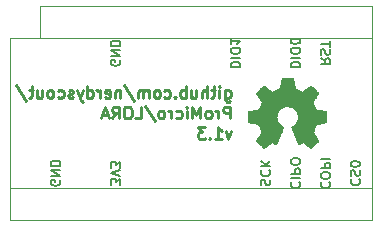
<source format=gbr>
%TF.GenerationSoftware,KiCad,Pcbnew,5.1.9+dfsg1-1~bpo10+1*%
%TF.CreationDate,Date%
%TF.ProjectId,LORA,4c4f5241-2e6b-4696-9361-645f70636258,v1.3*%
%TF.SameCoordinates,Original*%
%TF.FileFunction,Legend,Bot*%
%TF.FilePolarity,Positive*%
%FSLAX46Y46*%
G04 Gerber Fmt 4.6, Leading zero omitted, Abs format (unit mm)*
G04 Created by KiCad*
%MOMM*%
%LPD*%
G01*
G04 APERTURE LIST*
%ADD10C,0.200000*%
%ADD11C,0.250000*%
%ADD12C,0.120000*%
%ADD13C,0.010000*%
G04 APERTURE END LIST*
D10*
X8020000Y-3149523D02*
X8058095Y-3225714D01*
X8058095Y-3340000D01*
X8020000Y-3454285D01*
X7943809Y-3530476D01*
X7867619Y-3568571D01*
X7715238Y-3606666D01*
X7600952Y-3606666D01*
X7448571Y-3568571D01*
X7372380Y-3530476D01*
X7296190Y-3454285D01*
X7258095Y-3340000D01*
X7258095Y-3263809D01*
X7296190Y-3149523D01*
X7334285Y-3111428D01*
X7600952Y-3111428D01*
X7600952Y-3263809D01*
X7258095Y-2768571D02*
X8058095Y-2768571D01*
X7258095Y-2311428D01*
X8058095Y-2311428D01*
X7258095Y-1930476D02*
X8058095Y-1930476D01*
X8058095Y-1740000D01*
X8020000Y-1625714D01*
X7943809Y-1549523D01*
X7867619Y-1511428D01*
X7715238Y-1473333D01*
X7600952Y-1473333D01*
X7448571Y-1511428D01*
X7372380Y-1549523D01*
X7296190Y-1625714D01*
X7258095Y-1740000D01*
X7258095Y-1930476D01*
X17418095Y-3740000D02*
X18218095Y-3740000D01*
X18218095Y-3549523D01*
X18180000Y-3435238D01*
X18103809Y-3359047D01*
X18027619Y-3320952D01*
X17875238Y-3282857D01*
X17760952Y-3282857D01*
X17608571Y-3320952D01*
X17532380Y-3359047D01*
X17456190Y-3435238D01*
X17418095Y-3549523D01*
X17418095Y-3740000D01*
X17418095Y-2940000D02*
X18218095Y-2940000D01*
X18218095Y-2406666D02*
X18218095Y-2254285D01*
X18180000Y-2178095D01*
X18103809Y-2101904D01*
X17951428Y-2063809D01*
X17684761Y-2063809D01*
X17532380Y-2101904D01*
X17456190Y-2178095D01*
X17418095Y-2254285D01*
X17418095Y-2406666D01*
X17456190Y-2482857D01*
X17532380Y-2559047D01*
X17684761Y-2597142D01*
X17951428Y-2597142D01*
X18103809Y-2559047D01*
X18180000Y-2482857D01*
X18218095Y-2406666D01*
X17418095Y-1301904D02*
X17418095Y-1759047D01*
X17418095Y-1530476D02*
X18218095Y-1530476D01*
X18103809Y-1606666D01*
X18027619Y-1682857D01*
X17989523Y-1759047D01*
X22498095Y-3740000D02*
X23298095Y-3740000D01*
X23298095Y-3549523D01*
X23260000Y-3435238D01*
X23183809Y-3359047D01*
X23107619Y-3320952D01*
X22955238Y-3282857D01*
X22840952Y-3282857D01*
X22688571Y-3320952D01*
X22612380Y-3359047D01*
X22536190Y-3435238D01*
X22498095Y-3549523D01*
X22498095Y-3740000D01*
X22498095Y-2940000D02*
X23298095Y-2940000D01*
X23298095Y-2406666D02*
X23298095Y-2254285D01*
X23260000Y-2178095D01*
X23183809Y-2101904D01*
X23031428Y-2063809D01*
X22764761Y-2063809D01*
X22612380Y-2101904D01*
X22536190Y-2178095D01*
X22498095Y-2254285D01*
X22498095Y-2406666D01*
X22536190Y-2482857D01*
X22612380Y-2559047D01*
X22764761Y-2597142D01*
X23031428Y-2597142D01*
X23183809Y-2559047D01*
X23260000Y-2482857D01*
X23298095Y-2406666D01*
X23298095Y-1568571D02*
X23298095Y-1492380D01*
X23260000Y-1416190D01*
X23221904Y-1378095D01*
X23145714Y-1340000D01*
X22993333Y-1301904D01*
X22802857Y-1301904D01*
X22650476Y-1340000D01*
X22574285Y-1378095D01*
X22536190Y-1416190D01*
X22498095Y-1492380D01*
X22498095Y-1568571D01*
X22536190Y-1644761D01*
X22574285Y-1682857D01*
X22650476Y-1720952D01*
X22802857Y-1759047D01*
X22993333Y-1759047D01*
X23145714Y-1720952D01*
X23221904Y-1682857D01*
X23260000Y-1644761D01*
X23298095Y-1568571D01*
X25038095Y-2978095D02*
X25419047Y-3244761D01*
X25038095Y-3435238D02*
X25838095Y-3435238D01*
X25838095Y-3130476D01*
X25800000Y-3054285D01*
X25761904Y-3016190D01*
X25685714Y-2978095D01*
X25571428Y-2978095D01*
X25495238Y-3016190D01*
X25457142Y-3054285D01*
X25419047Y-3130476D01*
X25419047Y-3435238D01*
X25076190Y-2673333D02*
X25038095Y-2559047D01*
X25038095Y-2368571D01*
X25076190Y-2292380D01*
X25114285Y-2254285D01*
X25190476Y-2216190D01*
X25266666Y-2216190D01*
X25342857Y-2254285D01*
X25380952Y-2292380D01*
X25419047Y-2368571D01*
X25457142Y-2520952D01*
X25495238Y-2597142D01*
X25533333Y-2635238D01*
X25609523Y-2673333D01*
X25685714Y-2673333D01*
X25761904Y-2635238D01*
X25800000Y-2597142D01*
X25838095Y-2520952D01*
X25838095Y-2330476D01*
X25800000Y-2216190D01*
X25838095Y-1987619D02*
X25838095Y-1530476D01*
X25038095Y-1759047D02*
X25838095Y-1759047D01*
X27654285Y-13214285D02*
X27616190Y-13252380D01*
X27578095Y-13366666D01*
X27578095Y-13442857D01*
X27616190Y-13557142D01*
X27692380Y-13633333D01*
X27768571Y-13671428D01*
X27920952Y-13709523D01*
X28035238Y-13709523D01*
X28187619Y-13671428D01*
X28263809Y-13633333D01*
X28340000Y-13557142D01*
X28378095Y-13442857D01*
X28378095Y-13366666D01*
X28340000Y-13252380D01*
X28301904Y-13214285D01*
X27616190Y-12909523D02*
X27578095Y-12795238D01*
X27578095Y-12604761D01*
X27616190Y-12528571D01*
X27654285Y-12490476D01*
X27730476Y-12452380D01*
X27806666Y-12452380D01*
X27882857Y-12490476D01*
X27920952Y-12528571D01*
X27959047Y-12604761D01*
X27997142Y-12757142D01*
X28035238Y-12833333D01*
X28073333Y-12871428D01*
X28149523Y-12909523D01*
X28225714Y-12909523D01*
X28301904Y-12871428D01*
X28340000Y-12833333D01*
X28378095Y-12757142D01*
X28378095Y-12566666D01*
X28340000Y-12452380D01*
X28378095Y-11957142D02*
X28378095Y-11880952D01*
X28340000Y-11804761D01*
X28301904Y-11766666D01*
X28225714Y-11728571D01*
X28073333Y-11690476D01*
X27882857Y-11690476D01*
X27730476Y-11728571D01*
X27654285Y-11766666D01*
X27616190Y-11804761D01*
X27578095Y-11880952D01*
X27578095Y-11957142D01*
X27616190Y-12033333D01*
X27654285Y-12071428D01*
X27730476Y-12109523D01*
X27882857Y-12147619D01*
X28073333Y-12147619D01*
X28225714Y-12109523D01*
X28301904Y-12071428D01*
X28340000Y-12033333D01*
X28378095Y-11957142D01*
X25114285Y-13461904D02*
X25076190Y-13500000D01*
X25038095Y-13614285D01*
X25038095Y-13690476D01*
X25076190Y-13804761D01*
X25152380Y-13880952D01*
X25228571Y-13919047D01*
X25380952Y-13957142D01*
X25495238Y-13957142D01*
X25647619Y-13919047D01*
X25723809Y-13880952D01*
X25800000Y-13804761D01*
X25838095Y-13690476D01*
X25838095Y-13614285D01*
X25800000Y-13500000D01*
X25761904Y-13461904D01*
X25838095Y-12966666D02*
X25838095Y-12814285D01*
X25800000Y-12738095D01*
X25723809Y-12661904D01*
X25571428Y-12623809D01*
X25304761Y-12623809D01*
X25152380Y-12661904D01*
X25076190Y-12738095D01*
X25038095Y-12814285D01*
X25038095Y-12966666D01*
X25076190Y-13042857D01*
X25152380Y-13119047D01*
X25304761Y-13157142D01*
X25571428Y-13157142D01*
X25723809Y-13119047D01*
X25800000Y-13042857D01*
X25838095Y-12966666D01*
X25038095Y-12280952D02*
X25838095Y-12280952D01*
X25838095Y-11976190D01*
X25800000Y-11900000D01*
X25761904Y-11861904D01*
X25685714Y-11823809D01*
X25571428Y-11823809D01*
X25495238Y-11861904D01*
X25457142Y-11900000D01*
X25419047Y-11976190D01*
X25419047Y-12280952D01*
X25038095Y-11480952D02*
X25838095Y-11480952D01*
X22574285Y-13461904D02*
X22536190Y-13500000D01*
X22498095Y-13614285D01*
X22498095Y-13690476D01*
X22536190Y-13804761D01*
X22612380Y-13880952D01*
X22688571Y-13919047D01*
X22840952Y-13957142D01*
X22955238Y-13957142D01*
X23107619Y-13919047D01*
X23183809Y-13880952D01*
X23260000Y-13804761D01*
X23298095Y-13690476D01*
X23298095Y-13614285D01*
X23260000Y-13500000D01*
X23221904Y-13461904D01*
X22498095Y-13119047D02*
X23298095Y-13119047D01*
X22498095Y-12738095D02*
X23298095Y-12738095D01*
X23298095Y-12433333D01*
X23260000Y-12357142D01*
X23221904Y-12319047D01*
X23145714Y-12280952D01*
X23031428Y-12280952D01*
X22955238Y-12319047D01*
X22917142Y-12357142D01*
X22879047Y-12433333D01*
X22879047Y-12738095D01*
X23298095Y-11785714D02*
X23298095Y-11633333D01*
X23260000Y-11557142D01*
X23183809Y-11480952D01*
X23031428Y-11442857D01*
X22764761Y-11442857D01*
X22612380Y-11480952D01*
X22536190Y-11557142D01*
X22498095Y-11633333D01*
X22498095Y-11785714D01*
X22536190Y-11861904D01*
X22612380Y-11938095D01*
X22764761Y-11976190D01*
X23031428Y-11976190D01*
X23183809Y-11938095D01*
X23260000Y-11861904D01*
X23298095Y-11785714D01*
X19996190Y-13728571D02*
X19958095Y-13614285D01*
X19958095Y-13423809D01*
X19996190Y-13347619D01*
X20034285Y-13309523D01*
X20110476Y-13271428D01*
X20186666Y-13271428D01*
X20262857Y-13309523D01*
X20300952Y-13347619D01*
X20339047Y-13423809D01*
X20377142Y-13576190D01*
X20415238Y-13652380D01*
X20453333Y-13690476D01*
X20529523Y-13728571D01*
X20605714Y-13728571D01*
X20681904Y-13690476D01*
X20720000Y-13652380D01*
X20758095Y-13576190D01*
X20758095Y-13385714D01*
X20720000Y-13271428D01*
X20034285Y-12471428D02*
X19996190Y-12509523D01*
X19958095Y-12623809D01*
X19958095Y-12700000D01*
X19996190Y-12814285D01*
X20072380Y-12890476D01*
X20148571Y-12928571D01*
X20300952Y-12966666D01*
X20415238Y-12966666D01*
X20567619Y-12928571D01*
X20643809Y-12890476D01*
X20720000Y-12814285D01*
X20758095Y-12700000D01*
X20758095Y-12623809D01*
X20720000Y-12509523D01*
X20681904Y-12471428D01*
X19958095Y-12128571D02*
X20758095Y-12128571D01*
X19958095Y-11671428D02*
X20415238Y-12014285D01*
X20758095Y-11671428D02*
X20300952Y-12128571D01*
X8058095Y-13690476D02*
X8058095Y-13195238D01*
X7753333Y-13461904D01*
X7753333Y-13347619D01*
X7715238Y-13271428D01*
X7677142Y-13233333D01*
X7600952Y-13195238D01*
X7410476Y-13195238D01*
X7334285Y-13233333D01*
X7296190Y-13271428D01*
X7258095Y-13347619D01*
X7258095Y-13576190D01*
X7296190Y-13652380D01*
X7334285Y-13690476D01*
X8058095Y-12966666D02*
X7258095Y-12700000D01*
X8058095Y-12433333D01*
X8058095Y-12242857D02*
X8058095Y-11747619D01*
X7753333Y-12014285D01*
X7753333Y-11900000D01*
X7715238Y-11823809D01*
X7677142Y-11785714D01*
X7600952Y-11747619D01*
X7410476Y-11747619D01*
X7334285Y-11785714D01*
X7296190Y-11823809D01*
X7258095Y-11900000D01*
X7258095Y-12128571D01*
X7296190Y-12204761D01*
X7334285Y-12242857D01*
X2940000Y-13309523D02*
X2978095Y-13385714D01*
X2978095Y-13500000D01*
X2940000Y-13614285D01*
X2863809Y-13690476D01*
X2787619Y-13728571D01*
X2635238Y-13766666D01*
X2520952Y-13766666D01*
X2368571Y-13728571D01*
X2292380Y-13690476D01*
X2216190Y-13614285D01*
X2178095Y-13500000D01*
X2178095Y-13423809D01*
X2216190Y-13309523D01*
X2254285Y-13271428D01*
X2520952Y-13271428D01*
X2520952Y-13423809D01*
X2178095Y-12928571D02*
X2978095Y-12928571D01*
X2178095Y-12471428D01*
X2978095Y-12471428D01*
X2178095Y-12090476D02*
X2978095Y-12090476D01*
X2978095Y-11900000D01*
X2940000Y-11785714D01*
X2863809Y-11709523D01*
X2787619Y-11671428D01*
X2635238Y-11633333D01*
X2520952Y-11633333D01*
X2368571Y-11671428D01*
X2292380Y-11709523D01*
X2216190Y-11785714D01*
X2178095Y-11900000D01*
X2178095Y-12090476D01*
D11*
X16950833Y-5655714D02*
X16950833Y-6465238D01*
X16998452Y-6560476D01*
X17046071Y-6608095D01*
X17141309Y-6655714D01*
X17284166Y-6655714D01*
X17379404Y-6608095D01*
X16950833Y-6274761D02*
X17046071Y-6322380D01*
X17236547Y-6322380D01*
X17331785Y-6274761D01*
X17379404Y-6227142D01*
X17427023Y-6131904D01*
X17427023Y-5846190D01*
X17379404Y-5750952D01*
X17331785Y-5703333D01*
X17236547Y-5655714D01*
X17046071Y-5655714D01*
X16950833Y-5703333D01*
X16474642Y-6322380D02*
X16474642Y-5655714D01*
X16474642Y-5322380D02*
X16522261Y-5370000D01*
X16474642Y-5417619D01*
X16427023Y-5370000D01*
X16474642Y-5322380D01*
X16474642Y-5417619D01*
X16141309Y-5655714D02*
X15760357Y-5655714D01*
X15998452Y-5322380D02*
X15998452Y-6179523D01*
X15950833Y-6274761D01*
X15855595Y-6322380D01*
X15760357Y-6322380D01*
X15427023Y-6322380D02*
X15427023Y-5322380D01*
X14998452Y-6322380D02*
X14998452Y-5798571D01*
X15046071Y-5703333D01*
X15141309Y-5655714D01*
X15284166Y-5655714D01*
X15379404Y-5703333D01*
X15427023Y-5750952D01*
X14093690Y-5655714D02*
X14093690Y-6322380D01*
X14522261Y-5655714D02*
X14522261Y-6179523D01*
X14474642Y-6274761D01*
X14379404Y-6322380D01*
X14236547Y-6322380D01*
X14141309Y-6274761D01*
X14093690Y-6227142D01*
X13617500Y-6322380D02*
X13617500Y-5322380D01*
X13617500Y-5703333D02*
X13522261Y-5655714D01*
X13331785Y-5655714D01*
X13236547Y-5703333D01*
X13188928Y-5750952D01*
X13141309Y-5846190D01*
X13141309Y-6131904D01*
X13188928Y-6227142D01*
X13236547Y-6274761D01*
X13331785Y-6322380D01*
X13522261Y-6322380D01*
X13617500Y-6274761D01*
X12712738Y-6227142D02*
X12665119Y-6274761D01*
X12712738Y-6322380D01*
X12760357Y-6274761D01*
X12712738Y-6227142D01*
X12712738Y-6322380D01*
X11807976Y-6274761D02*
X11903214Y-6322380D01*
X12093690Y-6322380D01*
X12188928Y-6274761D01*
X12236547Y-6227142D01*
X12284166Y-6131904D01*
X12284166Y-5846190D01*
X12236547Y-5750952D01*
X12188928Y-5703333D01*
X12093690Y-5655714D01*
X11903214Y-5655714D01*
X11807976Y-5703333D01*
X11236547Y-6322380D02*
X11331785Y-6274761D01*
X11379404Y-6227142D01*
X11427023Y-6131904D01*
X11427023Y-5846190D01*
X11379404Y-5750952D01*
X11331785Y-5703333D01*
X11236547Y-5655714D01*
X11093690Y-5655714D01*
X10998452Y-5703333D01*
X10950833Y-5750952D01*
X10903214Y-5846190D01*
X10903214Y-6131904D01*
X10950833Y-6227142D01*
X10998452Y-6274761D01*
X11093690Y-6322380D01*
X11236547Y-6322380D01*
X10474642Y-6322380D02*
X10474642Y-5655714D01*
X10474642Y-5750952D02*
X10427023Y-5703333D01*
X10331785Y-5655714D01*
X10188928Y-5655714D01*
X10093690Y-5703333D01*
X10046071Y-5798571D01*
X10046071Y-6322380D01*
X10046071Y-5798571D02*
X9998452Y-5703333D01*
X9903214Y-5655714D01*
X9760357Y-5655714D01*
X9665119Y-5703333D01*
X9617500Y-5798571D01*
X9617500Y-6322380D01*
X8427023Y-5274761D02*
X9284166Y-6560476D01*
X8093690Y-5655714D02*
X8093690Y-6322380D01*
X8093690Y-5750952D02*
X8046071Y-5703333D01*
X7950833Y-5655714D01*
X7807976Y-5655714D01*
X7712738Y-5703333D01*
X7665119Y-5798571D01*
X7665119Y-6322380D01*
X6807976Y-6274761D02*
X6903214Y-6322380D01*
X7093690Y-6322380D01*
X7188928Y-6274761D01*
X7236547Y-6179523D01*
X7236547Y-5798571D01*
X7188928Y-5703333D01*
X7093690Y-5655714D01*
X6903214Y-5655714D01*
X6807976Y-5703333D01*
X6760357Y-5798571D01*
X6760357Y-5893809D01*
X7236547Y-5989047D01*
X6331785Y-6322380D02*
X6331785Y-5655714D01*
X6331785Y-5846190D02*
X6284166Y-5750952D01*
X6236547Y-5703333D01*
X6141309Y-5655714D01*
X6046071Y-5655714D01*
X5284166Y-6322380D02*
X5284166Y-5322380D01*
X5284166Y-6274761D02*
X5379404Y-6322380D01*
X5569880Y-6322380D01*
X5665119Y-6274761D01*
X5712738Y-6227142D01*
X5760357Y-6131904D01*
X5760357Y-5846190D01*
X5712738Y-5750952D01*
X5665119Y-5703333D01*
X5569880Y-5655714D01*
X5379404Y-5655714D01*
X5284166Y-5703333D01*
X4903214Y-5655714D02*
X4665119Y-6322380D01*
X4427023Y-5655714D02*
X4665119Y-6322380D01*
X4760357Y-6560476D01*
X4807976Y-6608095D01*
X4903214Y-6655714D01*
X4093690Y-6274761D02*
X3998452Y-6322380D01*
X3807976Y-6322380D01*
X3712738Y-6274761D01*
X3665119Y-6179523D01*
X3665119Y-6131904D01*
X3712738Y-6036666D01*
X3807976Y-5989047D01*
X3950833Y-5989047D01*
X4046071Y-5941428D01*
X4093690Y-5846190D01*
X4093690Y-5798571D01*
X4046071Y-5703333D01*
X3950833Y-5655714D01*
X3807976Y-5655714D01*
X3712738Y-5703333D01*
X2807976Y-6274761D02*
X2903214Y-6322380D01*
X3093690Y-6322380D01*
X3188928Y-6274761D01*
X3236547Y-6227142D01*
X3284166Y-6131904D01*
X3284166Y-5846190D01*
X3236547Y-5750952D01*
X3188928Y-5703333D01*
X3093690Y-5655714D01*
X2903214Y-5655714D01*
X2807976Y-5703333D01*
X2236547Y-6322380D02*
X2331785Y-6274761D01*
X2379404Y-6227142D01*
X2427023Y-6131904D01*
X2427023Y-5846190D01*
X2379404Y-5750952D01*
X2331785Y-5703333D01*
X2236547Y-5655714D01*
X2093690Y-5655714D01*
X1998452Y-5703333D01*
X1950833Y-5750952D01*
X1903214Y-5846190D01*
X1903214Y-6131904D01*
X1950833Y-6227142D01*
X1998452Y-6274761D01*
X2093690Y-6322380D01*
X2236547Y-6322380D01*
X1046071Y-5655714D02*
X1046071Y-6322380D01*
X1474642Y-5655714D02*
X1474642Y-6179523D01*
X1427023Y-6274761D01*
X1331785Y-6322380D01*
X1188928Y-6322380D01*
X1093690Y-6274761D01*
X1046071Y-6227142D01*
X712738Y-5655714D02*
X331785Y-5655714D01*
X569880Y-5322380D02*
X569880Y-6179523D01*
X522261Y-6274761D01*
X427023Y-6322380D01*
X331785Y-6322380D01*
X-715834Y-5274761D02*
X141309Y-6560476D01*
X17379404Y-8072380D02*
X17379404Y-7072380D01*
X16998452Y-7072380D01*
X16903214Y-7120000D01*
X16855595Y-7167619D01*
X16807976Y-7262857D01*
X16807976Y-7405714D01*
X16855595Y-7500952D01*
X16903214Y-7548571D01*
X16998452Y-7596190D01*
X17379404Y-7596190D01*
X16379404Y-8072380D02*
X16379404Y-7405714D01*
X16379404Y-7596190D02*
X16331785Y-7500952D01*
X16284166Y-7453333D01*
X16188928Y-7405714D01*
X16093690Y-7405714D01*
X15617500Y-8072380D02*
X15712738Y-8024761D01*
X15760357Y-7977142D01*
X15807976Y-7881904D01*
X15807976Y-7596190D01*
X15760357Y-7500952D01*
X15712738Y-7453333D01*
X15617500Y-7405714D01*
X15474642Y-7405714D01*
X15379404Y-7453333D01*
X15331785Y-7500952D01*
X15284166Y-7596190D01*
X15284166Y-7881904D01*
X15331785Y-7977142D01*
X15379404Y-8024761D01*
X15474642Y-8072380D01*
X15617500Y-8072380D01*
X14855595Y-8072380D02*
X14855595Y-7072380D01*
X14522261Y-7786666D01*
X14188928Y-7072380D01*
X14188928Y-8072380D01*
X13712738Y-8072380D02*
X13712738Y-7405714D01*
X13712738Y-7072380D02*
X13760357Y-7120000D01*
X13712738Y-7167619D01*
X13665119Y-7120000D01*
X13712738Y-7072380D01*
X13712738Y-7167619D01*
X12807976Y-8024761D02*
X12903214Y-8072380D01*
X13093690Y-8072380D01*
X13188928Y-8024761D01*
X13236547Y-7977142D01*
X13284166Y-7881904D01*
X13284166Y-7596190D01*
X13236547Y-7500952D01*
X13188928Y-7453333D01*
X13093690Y-7405714D01*
X12903214Y-7405714D01*
X12807976Y-7453333D01*
X12379404Y-8072380D02*
X12379404Y-7405714D01*
X12379404Y-7596190D02*
X12331785Y-7500952D01*
X12284166Y-7453333D01*
X12188928Y-7405714D01*
X12093690Y-7405714D01*
X11617500Y-8072380D02*
X11712738Y-8024761D01*
X11760357Y-7977142D01*
X11807976Y-7881904D01*
X11807976Y-7596190D01*
X11760357Y-7500952D01*
X11712738Y-7453333D01*
X11617500Y-7405714D01*
X11474642Y-7405714D01*
X11379404Y-7453333D01*
X11331785Y-7500952D01*
X11284166Y-7596190D01*
X11284166Y-7881904D01*
X11331785Y-7977142D01*
X11379404Y-8024761D01*
X11474642Y-8072380D01*
X11617500Y-8072380D01*
X10141309Y-7024761D02*
X10998452Y-8310476D01*
X9331785Y-8072380D02*
X9807976Y-8072380D01*
X9807976Y-7072380D01*
X8807976Y-7072380D02*
X8617500Y-7072380D01*
X8522261Y-7120000D01*
X8427023Y-7215238D01*
X8379404Y-7405714D01*
X8379404Y-7739047D01*
X8427023Y-7929523D01*
X8522261Y-8024761D01*
X8617500Y-8072380D01*
X8807976Y-8072380D01*
X8903214Y-8024761D01*
X8998452Y-7929523D01*
X9046071Y-7739047D01*
X9046071Y-7405714D01*
X8998452Y-7215238D01*
X8903214Y-7120000D01*
X8807976Y-7072380D01*
X7379404Y-8072380D02*
X7712738Y-7596190D01*
X7950833Y-8072380D02*
X7950833Y-7072380D01*
X7569880Y-7072380D01*
X7474642Y-7120000D01*
X7427023Y-7167619D01*
X7379404Y-7262857D01*
X7379404Y-7405714D01*
X7427023Y-7500952D01*
X7474642Y-7548571D01*
X7569880Y-7596190D01*
X7950833Y-7596190D01*
X6998452Y-7786666D02*
X6522261Y-7786666D01*
X7093690Y-8072380D02*
X6760357Y-7072380D01*
X6427023Y-8072380D01*
X17474642Y-9155714D02*
X17236547Y-9822380D01*
X16998452Y-9155714D01*
X16093690Y-9822380D02*
X16665119Y-9822380D01*
X16379404Y-9822380D02*
X16379404Y-8822380D01*
X16474642Y-8965238D01*
X16569880Y-9060476D01*
X16665119Y-9108095D01*
X15665119Y-9727142D02*
X15617500Y-9774761D01*
X15665119Y-9822380D01*
X15712738Y-9774761D01*
X15665119Y-9727142D01*
X15665119Y-9822380D01*
X15284166Y-8822380D02*
X14665119Y-8822380D01*
X14998452Y-9203333D01*
X14855595Y-9203333D01*
X14760357Y-9250952D01*
X14712738Y-9298571D01*
X14665119Y-9393809D01*
X14665119Y-9631904D01*
X14712738Y-9727142D01*
X14760357Y-9774761D01*
X14855595Y-9822380D01*
X15141309Y-9822380D01*
X15236547Y-9774761D01*
X15284166Y-9727142D01*
D12*
%TO.C,A1*%
X1270000Y1420000D02*
X29360000Y1420000D01*
X-1270000Y-13970000D02*
X29360000Y-13970000D01*
X1270000Y-1270000D02*
X1270000Y1420000D01*
X-1270000Y-1270000D02*
X29360000Y-1270000D01*
X29360000Y1420000D02*
X29360000Y-16660000D01*
X29360000Y-16660000D02*
X-1270000Y-16660000D01*
X-1270000Y-16660000D02*
X-1270000Y-1270000D01*
D13*
%TO.C,LOGO1*%
G36*
X21669186Y-5088931D02*
G01*
X21585365Y-5533555D01*
X21276080Y-5661053D01*
X20966794Y-5788551D01*
X20595754Y-5536246D01*
X20491843Y-5465996D01*
X20397913Y-5403272D01*
X20318348Y-5350938D01*
X20257530Y-5311857D01*
X20219843Y-5288893D01*
X20209579Y-5283942D01*
X20191090Y-5296676D01*
X20151580Y-5331882D01*
X20095478Y-5385062D01*
X20027213Y-5451718D01*
X19951214Y-5527354D01*
X19871908Y-5607472D01*
X19793725Y-5687574D01*
X19721093Y-5763164D01*
X19658441Y-5829745D01*
X19610197Y-5882818D01*
X19580790Y-5917887D01*
X19573759Y-5929623D01*
X19583877Y-5951260D01*
X19612241Y-5998662D01*
X19655871Y-6067193D01*
X19711782Y-6152215D01*
X19776994Y-6249093D01*
X19814781Y-6304350D01*
X19883657Y-6405248D01*
X19944860Y-6496299D01*
X19995422Y-6572970D01*
X20032372Y-6630728D01*
X20052742Y-6665043D01*
X20055803Y-6672254D01*
X20048864Y-6692748D01*
X20029949Y-6740513D01*
X20001913Y-6808832D01*
X19967609Y-6890989D01*
X19929891Y-6980270D01*
X19891613Y-7069958D01*
X19855630Y-7153338D01*
X19824794Y-7223694D01*
X19801961Y-7274310D01*
X19789983Y-7298471D01*
X19789276Y-7299422D01*
X19770469Y-7304036D01*
X19720382Y-7314328D01*
X19644207Y-7329287D01*
X19547135Y-7347901D01*
X19434357Y-7369159D01*
X19368558Y-7381418D01*
X19248050Y-7404362D01*
X19139203Y-7426195D01*
X19047524Y-7445722D01*
X18978519Y-7461748D01*
X18937696Y-7473079D01*
X18929489Y-7476674D01*
X18921452Y-7501006D01*
X18914967Y-7555959D01*
X18910030Y-7635108D01*
X18906636Y-7732026D01*
X18904782Y-7840287D01*
X18904462Y-7953465D01*
X18905673Y-8065135D01*
X18908410Y-8168868D01*
X18912669Y-8258241D01*
X18918445Y-8326826D01*
X18925733Y-8368197D01*
X18930105Y-8376810D01*
X18956236Y-8387133D01*
X19011607Y-8401892D01*
X19088893Y-8419352D01*
X19180770Y-8437780D01*
X19212842Y-8443741D01*
X19367476Y-8472066D01*
X19489625Y-8494876D01*
X19583327Y-8513080D01*
X19652616Y-8527583D01*
X19701529Y-8539292D01*
X19734103Y-8549115D01*
X19754372Y-8557956D01*
X19766374Y-8566724D01*
X19768053Y-8568457D01*
X19784816Y-8596371D01*
X19810386Y-8650695D01*
X19842212Y-8724777D01*
X19877740Y-8811965D01*
X19914417Y-8905608D01*
X19949689Y-8999052D01*
X19981004Y-9085647D01*
X20005807Y-9158740D01*
X20021546Y-9211678D01*
X20025668Y-9237811D01*
X20025324Y-9238726D01*
X20011359Y-9260086D01*
X19979678Y-9307084D01*
X19933609Y-9374827D01*
X19876482Y-9458423D01*
X19811627Y-9552982D01*
X19793157Y-9579854D01*
X19727301Y-9677275D01*
X19669350Y-9766163D01*
X19622462Y-9841412D01*
X19589793Y-9897920D01*
X19574500Y-9930581D01*
X19573759Y-9934593D01*
X19586608Y-9955684D01*
X19622112Y-9997464D01*
X19675707Y-10055445D01*
X19742829Y-10125135D01*
X19818913Y-10202045D01*
X19899396Y-10281683D01*
X19979713Y-10359561D01*
X20055301Y-10431186D01*
X20121595Y-10492070D01*
X20174031Y-10537721D01*
X20208045Y-10563650D01*
X20217455Y-10567883D01*
X20239357Y-10557912D01*
X20284200Y-10531020D01*
X20344679Y-10491736D01*
X20391211Y-10460117D01*
X20475525Y-10402098D01*
X20575374Y-10333784D01*
X20675527Y-10265579D01*
X20729373Y-10229075D01*
X20911629Y-10105800D01*
X21064619Y-10188520D01*
X21134318Y-10224759D01*
X21193586Y-10252926D01*
X21233689Y-10268991D01*
X21243897Y-10271226D01*
X21256171Y-10254722D01*
X21280387Y-10208082D01*
X21314737Y-10135609D01*
X21357412Y-10041606D01*
X21406606Y-9930374D01*
X21460510Y-9806215D01*
X21517316Y-9673432D01*
X21575218Y-9536327D01*
X21632407Y-9399202D01*
X21687076Y-9266358D01*
X21737416Y-9142098D01*
X21781620Y-9030725D01*
X21817881Y-8936539D01*
X21844391Y-8863844D01*
X21859342Y-8816941D01*
X21861746Y-8800833D01*
X21842689Y-8780286D01*
X21800964Y-8746933D01*
X21745294Y-8707702D01*
X21740622Y-8704599D01*
X21596736Y-8589423D01*
X21480717Y-8455053D01*
X21393570Y-8305784D01*
X21336301Y-8145913D01*
X21309914Y-7979737D01*
X21315415Y-7811552D01*
X21353810Y-7645655D01*
X21426105Y-7486342D01*
X21447374Y-7451487D01*
X21558004Y-7310737D01*
X21688698Y-7197714D01*
X21834936Y-7113003D01*
X21992192Y-7057194D01*
X22155943Y-7030874D01*
X22321667Y-7034630D01*
X22484838Y-7069050D01*
X22640935Y-7134723D01*
X22785433Y-7232235D01*
X22830131Y-7271813D01*
X22943888Y-7395703D01*
X23026782Y-7526124D01*
X23083644Y-7672315D01*
X23115313Y-7817088D01*
X23123131Y-7979860D01*
X23097062Y-8143440D01*
X23039755Y-8302298D01*
X22953856Y-8450906D01*
X22842014Y-8583735D01*
X22706877Y-8695256D01*
X22689117Y-8707011D01*
X22632850Y-8745508D01*
X22590077Y-8778863D01*
X22569628Y-8800160D01*
X22569331Y-8800833D01*
X22573721Y-8823871D01*
X22591124Y-8876157D01*
X22619732Y-8953390D01*
X22657735Y-9051268D01*
X22703326Y-9165491D01*
X22754697Y-9291758D01*
X22810038Y-9425767D01*
X22867542Y-9563218D01*
X22925399Y-9699808D01*
X22981802Y-9831237D01*
X23034942Y-9953205D01*
X23083010Y-10061409D01*
X23124199Y-10151549D01*
X23156699Y-10219323D01*
X23178703Y-10260430D01*
X23187564Y-10271226D01*
X23214640Y-10262819D01*
X23265303Y-10240272D01*
X23330817Y-10207613D01*
X23366841Y-10188520D01*
X23519832Y-10105800D01*
X23702088Y-10229075D01*
X23795125Y-10292228D01*
X23896985Y-10361727D01*
X23992438Y-10427165D01*
X24040250Y-10460117D01*
X24107495Y-10505273D01*
X24164436Y-10541057D01*
X24203646Y-10562938D01*
X24216381Y-10567563D01*
X24234917Y-10555085D01*
X24275941Y-10520252D01*
X24335475Y-10466678D01*
X24409542Y-10397983D01*
X24494165Y-10317781D01*
X24547685Y-10266286D01*
X24641319Y-10174286D01*
X24722241Y-10091999D01*
X24787177Y-10022945D01*
X24832858Y-9970644D01*
X24856011Y-9938616D01*
X24858232Y-9932116D01*
X24847924Y-9907394D01*
X24819439Y-9857405D01*
X24775937Y-9787212D01*
X24720577Y-9701875D01*
X24656520Y-9606456D01*
X24638303Y-9579854D01*
X24571927Y-9483167D01*
X24512378Y-9396117D01*
X24462984Y-9323595D01*
X24427075Y-9270493D01*
X24407981Y-9241703D01*
X24406136Y-9238726D01*
X24408895Y-9215782D01*
X24423538Y-9165336D01*
X24447513Y-9094041D01*
X24478266Y-9008547D01*
X24513244Y-8915507D01*
X24549893Y-8821574D01*
X24585661Y-8733399D01*
X24617994Y-8657634D01*
X24644338Y-8600931D01*
X24662142Y-8569943D01*
X24663407Y-8568457D01*
X24674294Y-8559601D01*
X24692682Y-8550843D01*
X24722606Y-8541277D01*
X24768103Y-8529996D01*
X24833209Y-8516093D01*
X24921961Y-8498663D01*
X25038393Y-8476798D01*
X25186542Y-8449591D01*
X25218618Y-8443741D01*
X25313686Y-8425374D01*
X25396565Y-8407405D01*
X25459930Y-8391569D01*
X25496458Y-8379600D01*
X25501356Y-8376810D01*
X25509427Y-8352072D01*
X25515987Y-8296790D01*
X25521033Y-8217389D01*
X25524559Y-8120296D01*
X25526561Y-8011938D01*
X25527036Y-7898740D01*
X25525977Y-7787128D01*
X25523382Y-7683529D01*
X25519246Y-7594368D01*
X25513563Y-7526072D01*
X25506331Y-7485066D01*
X25501971Y-7476674D01*
X25477698Y-7468208D01*
X25422426Y-7454435D01*
X25341662Y-7436550D01*
X25240912Y-7415748D01*
X25125683Y-7393223D01*
X25062902Y-7381418D01*
X24943787Y-7359151D01*
X24837565Y-7338979D01*
X24749427Y-7321915D01*
X24684566Y-7308969D01*
X24648174Y-7301155D01*
X24642184Y-7299422D01*
X24632061Y-7279890D01*
X24610662Y-7232843D01*
X24580839Y-7165003D01*
X24545445Y-7083091D01*
X24507332Y-6993828D01*
X24469353Y-6903935D01*
X24434360Y-6820135D01*
X24405206Y-6749147D01*
X24384743Y-6697694D01*
X24375823Y-6672497D01*
X24375657Y-6671396D01*
X24385769Y-6651519D01*
X24414117Y-6605777D01*
X24457723Y-6538717D01*
X24513606Y-6454884D01*
X24578787Y-6358826D01*
X24616679Y-6303650D01*
X24685725Y-6202481D01*
X24747050Y-6110630D01*
X24797663Y-6032744D01*
X24834571Y-5973469D01*
X24854782Y-5937451D01*
X24857701Y-5929377D01*
X24845153Y-5910584D01*
X24810463Y-5870457D01*
X24758063Y-5813493D01*
X24692384Y-5744185D01*
X24617856Y-5667031D01*
X24538913Y-5586525D01*
X24459983Y-5507163D01*
X24385500Y-5433440D01*
X24319894Y-5369852D01*
X24267596Y-5320894D01*
X24233039Y-5291061D01*
X24221478Y-5283942D01*
X24202654Y-5293953D01*
X24157631Y-5322078D01*
X24090787Y-5365454D01*
X24006499Y-5421218D01*
X23909144Y-5486506D01*
X23835707Y-5536246D01*
X23464667Y-5788551D01*
X22846095Y-5533555D01*
X22762275Y-5088931D01*
X22678454Y-4644307D01*
X21753006Y-4644307D01*
X21669186Y-5088931D01*
G37*
X21669186Y-5088931D02*
X21585365Y-5533555D01*
X21276080Y-5661053D01*
X20966794Y-5788551D01*
X20595754Y-5536246D01*
X20491843Y-5465996D01*
X20397913Y-5403272D01*
X20318348Y-5350938D01*
X20257530Y-5311857D01*
X20219843Y-5288893D01*
X20209579Y-5283942D01*
X20191090Y-5296676D01*
X20151580Y-5331882D01*
X20095478Y-5385062D01*
X20027213Y-5451718D01*
X19951214Y-5527354D01*
X19871908Y-5607472D01*
X19793725Y-5687574D01*
X19721093Y-5763164D01*
X19658441Y-5829745D01*
X19610197Y-5882818D01*
X19580790Y-5917887D01*
X19573759Y-5929623D01*
X19583877Y-5951260D01*
X19612241Y-5998662D01*
X19655871Y-6067193D01*
X19711782Y-6152215D01*
X19776994Y-6249093D01*
X19814781Y-6304350D01*
X19883657Y-6405248D01*
X19944860Y-6496299D01*
X19995422Y-6572970D01*
X20032372Y-6630728D01*
X20052742Y-6665043D01*
X20055803Y-6672254D01*
X20048864Y-6692748D01*
X20029949Y-6740513D01*
X20001913Y-6808832D01*
X19967609Y-6890989D01*
X19929891Y-6980270D01*
X19891613Y-7069958D01*
X19855630Y-7153338D01*
X19824794Y-7223694D01*
X19801961Y-7274310D01*
X19789983Y-7298471D01*
X19789276Y-7299422D01*
X19770469Y-7304036D01*
X19720382Y-7314328D01*
X19644207Y-7329287D01*
X19547135Y-7347901D01*
X19434357Y-7369159D01*
X19368558Y-7381418D01*
X19248050Y-7404362D01*
X19139203Y-7426195D01*
X19047524Y-7445722D01*
X18978519Y-7461748D01*
X18937696Y-7473079D01*
X18929489Y-7476674D01*
X18921452Y-7501006D01*
X18914967Y-7555959D01*
X18910030Y-7635108D01*
X18906636Y-7732026D01*
X18904782Y-7840287D01*
X18904462Y-7953465D01*
X18905673Y-8065135D01*
X18908410Y-8168868D01*
X18912669Y-8258241D01*
X18918445Y-8326826D01*
X18925733Y-8368197D01*
X18930105Y-8376810D01*
X18956236Y-8387133D01*
X19011607Y-8401892D01*
X19088893Y-8419352D01*
X19180770Y-8437780D01*
X19212842Y-8443741D01*
X19367476Y-8472066D01*
X19489625Y-8494876D01*
X19583327Y-8513080D01*
X19652616Y-8527583D01*
X19701529Y-8539292D01*
X19734103Y-8549115D01*
X19754372Y-8557956D01*
X19766374Y-8566724D01*
X19768053Y-8568457D01*
X19784816Y-8596371D01*
X19810386Y-8650695D01*
X19842212Y-8724777D01*
X19877740Y-8811965D01*
X19914417Y-8905608D01*
X19949689Y-8999052D01*
X19981004Y-9085647D01*
X20005807Y-9158740D01*
X20021546Y-9211678D01*
X20025668Y-9237811D01*
X20025324Y-9238726D01*
X20011359Y-9260086D01*
X19979678Y-9307084D01*
X19933609Y-9374827D01*
X19876482Y-9458423D01*
X19811627Y-9552982D01*
X19793157Y-9579854D01*
X19727301Y-9677275D01*
X19669350Y-9766163D01*
X19622462Y-9841412D01*
X19589793Y-9897920D01*
X19574500Y-9930581D01*
X19573759Y-9934593D01*
X19586608Y-9955684D01*
X19622112Y-9997464D01*
X19675707Y-10055445D01*
X19742829Y-10125135D01*
X19818913Y-10202045D01*
X19899396Y-10281683D01*
X19979713Y-10359561D01*
X20055301Y-10431186D01*
X20121595Y-10492070D01*
X20174031Y-10537721D01*
X20208045Y-10563650D01*
X20217455Y-10567883D01*
X20239357Y-10557912D01*
X20284200Y-10531020D01*
X20344679Y-10491736D01*
X20391211Y-10460117D01*
X20475525Y-10402098D01*
X20575374Y-10333784D01*
X20675527Y-10265579D01*
X20729373Y-10229075D01*
X20911629Y-10105800D01*
X21064619Y-10188520D01*
X21134318Y-10224759D01*
X21193586Y-10252926D01*
X21233689Y-10268991D01*
X21243897Y-10271226D01*
X21256171Y-10254722D01*
X21280387Y-10208082D01*
X21314737Y-10135609D01*
X21357412Y-10041606D01*
X21406606Y-9930374D01*
X21460510Y-9806215D01*
X21517316Y-9673432D01*
X21575218Y-9536327D01*
X21632407Y-9399202D01*
X21687076Y-9266358D01*
X21737416Y-9142098D01*
X21781620Y-9030725D01*
X21817881Y-8936539D01*
X21844391Y-8863844D01*
X21859342Y-8816941D01*
X21861746Y-8800833D01*
X21842689Y-8780286D01*
X21800964Y-8746933D01*
X21745294Y-8707702D01*
X21740622Y-8704599D01*
X21596736Y-8589423D01*
X21480717Y-8455053D01*
X21393570Y-8305784D01*
X21336301Y-8145913D01*
X21309914Y-7979737D01*
X21315415Y-7811552D01*
X21353810Y-7645655D01*
X21426105Y-7486342D01*
X21447374Y-7451487D01*
X21558004Y-7310737D01*
X21688698Y-7197714D01*
X21834936Y-7113003D01*
X21992192Y-7057194D01*
X22155943Y-7030874D01*
X22321667Y-7034630D01*
X22484838Y-7069050D01*
X22640935Y-7134723D01*
X22785433Y-7232235D01*
X22830131Y-7271813D01*
X22943888Y-7395703D01*
X23026782Y-7526124D01*
X23083644Y-7672315D01*
X23115313Y-7817088D01*
X23123131Y-7979860D01*
X23097062Y-8143440D01*
X23039755Y-8302298D01*
X22953856Y-8450906D01*
X22842014Y-8583735D01*
X22706877Y-8695256D01*
X22689117Y-8707011D01*
X22632850Y-8745508D01*
X22590077Y-8778863D01*
X22569628Y-8800160D01*
X22569331Y-8800833D01*
X22573721Y-8823871D01*
X22591124Y-8876157D01*
X22619732Y-8953390D01*
X22657735Y-9051268D01*
X22703326Y-9165491D01*
X22754697Y-9291758D01*
X22810038Y-9425767D01*
X22867542Y-9563218D01*
X22925399Y-9699808D01*
X22981802Y-9831237D01*
X23034942Y-9953205D01*
X23083010Y-10061409D01*
X23124199Y-10151549D01*
X23156699Y-10219323D01*
X23178703Y-10260430D01*
X23187564Y-10271226D01*
X23214640Y-10262819D01*
X23265303Y-10240272D01*
X23330817Y-10207613D01*
X23366841Y-10188520D01*
X23519832Y-10105800D01*
X23702088Y-10229075D01*
X23795125Y-10292228D01*
X23896985Y-10361727D01*
X23992438Y-10427165D01*
X24040250Y-10460117D01*
X24107495Y-10505273D01*
X24164436Y-10541057D01*
X24203646Y-10562938D01*
X24216381Y-10567563D01*
X24234917Y-10555085D01*
X24275941Y-10520252D01*
X24335475Y-10466678D01*
X24409542Y-10397983D01*
X24494165Y-10317781D01*
X24547685Y-10266286D01*
X24641319Y-10174286D01*
X24722241Y-10091999D01*
X24787177Y-10022945D01*
X24832858Y-9970644D01*
X24856011Y-9938616D01*
X24858232Y-9932116D01*
X24847924Y-9907394D01*
X24819439Y-9857405D01*
X24775937Y-9787212D01*
X24720577Y-9701875D01*
X24656520Y-9606456D01*
X24638303Y-9579854D01*
X24571927Y-9483167D01*
X24512378Y-9396117D01*
X24462984Y-9323595D01*
X24427075Y-9270493D01*
X24407981Y-9241703D01*
X24406136Y-9238726D01*
X24408895Y-9215782D01*
X24423538Y-9165336D01*
X24447513Y-9094041D01*
X24478266Y-9008547D01*
X24513244Y-8915507D01*
X24549893Y-8821574D01*
X24585661Y-8733399D01*
X24617994Y-8657634D01*
X24644338Y-8600931D01*
X24662142Y-8569943D01*
X24663407Y-8568457D01*
X24674294Y-8559601D01*
X24692682Y-8550843D01*
X24722606Y-8541277D01*
X24768103Y-8529996D01*
X24833209Y-8516093D01*
X24921961Y-8498663D01*
X25038393Y-8476798D01*
X25186542Y-8449591D01*
X25218618Y-8443741D01*
X25313686Y-8425374D01*
X25396565Y-8407405D01*
X25459930Y-8391569D01*
X25496458Y-8379600D01*
X25501356Y-8376810D01*
X25509427Y-8352072D01*
X25515987Y-8296790D01*
X25521033Y-8217389D01*
X25524559Y-8120296D01*
X25526561Y-8011938D01*
X25527036Y-7898740D01*
X25525977Y-7787128D01*
X25523382Y-7683529D01*
X25519246Y-7594368D01*
X25513563Y-7526072D01*
X25506331Y-7485066D01*
X25501971Y-7476674D01*
X25477698Y-7468208D01*
X25422426Y-7454435D01*
X25341662Y-7436550D01*
X25240912Y-7415748D01*
X25125683Y-7393223D01*
X25062902Y-7381418D01*
X24943787Y-7359151D01*
X24837565Y-7338979D01*
X24749427Y-7321915D01*
X24684566Y-7308969D01*
X24648174Y-7301155D01*
X24642184Y-7299422D01*
X24632061Y-7279890D01*
X24610662Y-7232843D01*
X24580839Y-7165003D01*
X24545445Y-7083091D01*
X24507332Y-6993828D01*
X24469353Y-6903935D01*
X24434360Y-6820135D01*
X24405206Y-6749147D01*
X24384743Y-6697694D01*
X24375823Y-6672497D01*
X24375657Y-6671396D01*
X24385769Y-6651519D01*
X24414117Y-6605777D01*
X24457723Y-6538717D01*
X24513606Y-6454884D01*
X24578787Y-6358826D01*
X24616679Y-6303650D01*
X24685725Y-6202481D01*
X24747050Y-6110630D01*
X24797663Y-6032744D01*
X24834571Y-5973469D01*
X24854782Y-5937451D01*
X24857701Y-5929377D01*
X24845153Y-5910584D01*
X24810463Y-5870457D01*
X24758063Y-5813493D01*
X24692384Y-5744185D01*
X24617856Y-5667031D01*
X24538913Y-5586525D01*
X24459983Y-5507163D01*
X24385500Y-5433440D01*
X24319894Y-5369852D01*
X24267596Y-5320894D01*
X24233039Y-5291061D01*
X24221478Y-5283942D01*
X24202654Y-5293953D01*
X24157631Y-5322078D01*
X24090787Y-5365454D01*
X24006499Y-5421218D01*
X23909144Y-5486506D01*
X23835707Y-5536246D01*
X23464667Y-5788551D01*
X22846095Y-5533555D01*
X22762275Y-5088931D01*
X22678454Y-4644307D01*
X21753006Y-4644307D01*
X21669186Y-5088931D01*
%TD*%
M02*

</source>
